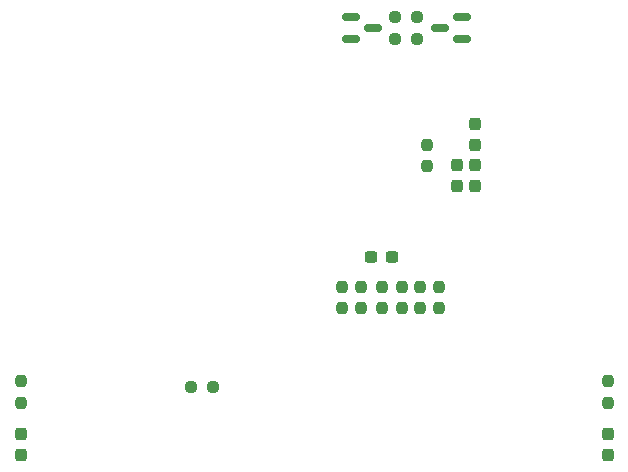
<source format=gbr>
%TF.GenerationSoftware,KiCad,Pcbnew,7.0.6-7.0.6~ubuntu22.04.1*%
%TF.CreationDate,2023-09-05T14:51:30+08:00*%
%TF.ProjectId,ECU_Module,4543555f-4d6f-4647-956c-652e6b696361,rev?*%
%TF.SameCoordinates,Original*%
%TF.FileFunction,Paste,Bot*%
%TF.FilePolarity,Positive*%
%FSLAX46Y46*%
G04 Gerber Fmt 4.6, Leading zero omitted, Abs format (unit mm)*
G04 Created by KiCad (PCBNEW 7.0.6-7.0.6~ubuntu22.04.1) date 2023-09-05 14:51:30*
%MOMM*%
%LPD*%
G01*
G04 APERTURE LIST*
G04 Aperture macros list*
%AMRoundRect*
0 Rectangle with rounded corners*
0 $1 Rounding radius*
0 $2 $3 $4 $5 $6 $7 $8 $9 X,Y pos of 4 corners*
0 Add a 4 corners polygon primitive as box body*
4,1,4,$2,$3,$4,$5,$6,$7,$8,$9,$2,$3,0*
0 Add four circle primitives for the rounded corners*
1,1,$1+$1,$2,$3*
1,1,$1+$1,$4,$5*
1,1,$1+$1,$6,$7*
1,1,$1+$1,$8,$9*
0 Add four rect primitives between the rounded corners*
20,1,$1+$1,$2,$3,$4,$5,0*
20,1,$1+$1,$4,$5,$6,$7,0*
20,1,$1+$1,$6,$7,$8,$9,0*
20,1,$1+$1,$8,$9,$2,$3,0*%
G04 Aperture macros list end*
%ADD10RoundRect,0.237500X0.237500X-0.250000X0.237500X0.250000X-0.237500X0.250000X-0.237500X-0.250000X0*%
%ADD11RoundRect,0.237500X-0.237500X0.250000X-0.237500X-0.250000X0.237500X-0.250000X0.237500X0.250000X0*%
%ADD12RoundRect,0.237500X0.237500X-0.300000X0.237500X0.300000X-0.237500X0.300000X-0.237500X-0.300000X0*%
%ADD13RoundRect,0.237500X0.237500X-0.287500X0.237500X0.287500X-0.237500X0.287500X-0.237500X-0.287500X0*%
%ADD14RoundRect,0.237500X0.300000X0.237500X-0.300000X0.237500X-0.300000X-0.237500X0.300000X-0.237500X0*%
%ADD15RoundRect,0.237500X0.250000X0.237500X-0.250000X0.237500X-0.250000X-0.237500X0.250000X-0.237500X0*%
%ADD16RoundRect,0.150000X-0.587500X-0.150000X0.587500X-0.150000X0.587500X0.150000X-0.587500X0.150000X0*%
%ADD17RoundRect,0.150000X0.587500X0.150000X-0.587500X0.150000X-0.587500X-0.150000X0.587500X-0.150000X0*%
%ADD18RoundRect,0.237500X-0.250000X-0.237500X0.250000X-0.237500X0.250000X0.237500X-0.250000X0.237500X0*%
G04 APERTURE END LIST*
D10*
%TO.C,R20*%
X169565000Y-104332500D03*
X169565000Y-102507500D03*
%TD*%
D11*
%TO.C,R2*%
X183850000Y-110512500D03*
X183850000Y-112337500D03*
%TD*%
D12*
%TO.C,C13*%
X172592500Y-90467500D03*
X172592500Y-88742500D03*
%TD*%
D13*
%TO.C,D3*%
X134150000Y-116700000D03*
X134150000Y-114950000D03*
%TD*%
D10*
%TO.C,R17*%
X164710000Y-104332500D03*
X164710000Y-102507500D03*
%TD*%
%TO.C,R19*%
X168010000Y-104332500D03*
X168010000Y-102507500D03*
%TD*%
D11*
%TO.C,R21*%
X161400000Y-102507500D03*
X161400000Y-104332500D03*
%TD*%
%TO.C,R8*%
X168560000Y-90467500D03*
X168560000Y-92292500D03*
%TD*%
D10*
%TO.C,R16*%
X162960000Y-104332500D03*
X162960000Y-102507500D03*
%TD*%
%TO.C,R18*%
X166455000Y-104332500D03*
X166455000Y-102507500D03*
%TD*%
D14*
%TO.C,C16*%
X165572500Y-100000000D03*
X163847500Y-100000000D03*
%TD*%
D12*
%TO.C,C15*%
X172592500Y-93927500D03*
X172592500Y-92202500D03*
%TD*%
D11*
%TO.C,R3*%
X134150000Y-110512500D03*
X134150000Y-112337500D03*
%TD*%
D15*
%TO.C,R5*%
X167712500Y-79640000D03*
X165887500Y-79640000D03*
%TD*%
D12*
%TO.C,C14*%
X171062500Y-93927500D03*
X171062500Y-92202500D03*
%TD*%
D13*
%TO.C,D1*%
X183850000Y-116700000D03*
X183850000Y-114950000D03*
%TD*%
D15*
%TO.C,R1*%
X150412500Y-110990000D03*
X148587500Y-110990000D03*
%TD*%
D16*
%TO.C,Q2*%
X162100000Y-81540000D03*
X162100000Y-79640000D03*
X163975000Y-80590000D03*
%TD*%
D17*
%TO.C,Q1*%
X171525000Y-79640000D03*
X171525000Y-81540000D03*
X169650000Y-80590000D03*
%TD*%
D18*
%TO.C,R4*%
X165887500Y-81540000D03*
X167712500Y-81540000D03*
%TD*%
M02*

</source>
